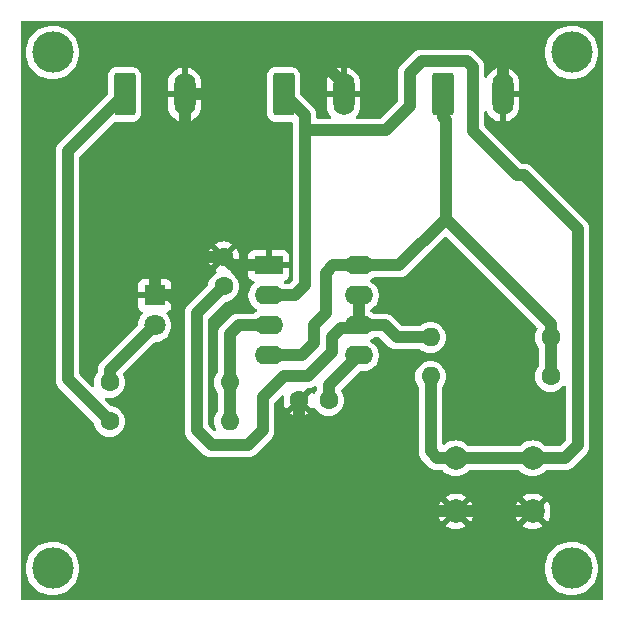
<source format=gbl>
G04 #@! TF.GenerationSoftware,KiCad,Pcbnew,8.0.6*
G04 #@! TF.CreationDate,2024-11-03T17:07:20-03:00*
G04 #@! TF.ProjectId,555-temporizador-r01,3535352d-7465-46d7-906f-72697a61646f,rev?*
G04 #@! TF.SameCoordinates,Original*
G04 #@! TF.FileFunction,Copper,L2,Bot*
G04 #@! TF.FilePolarity,Positive*
%FSLAX46Y46*%
G04 Gerber Fmt 4.6, Leading zero omitted, Abs format (unit mm)*
G04 Created by KiCad (PCBNEW 8.0.6) date 2024-11-03 17:07:20*
%MOMM*%
%LPD*%
G01*
G04 APERTURE LIST*
G04 Aperture macros list*
%AMRoundRect*
0 Rectangle with rounded corners*
0 $1 Rounding radius*
0 $2 $3 $4 $5 $6 $7 $8 $9 X,Y pos of 4 corners*
0 Add a 4 corners polygon primitive as box body*
4,1,4,$2,$3,$4,$5,$6,$7,$8,$9,$2,$3,0*
0 Add four circle primitives for the rounded corners*
1,1,$1+$1,$2,$3*
1,1,$1+$1,$4,$5*
1,1,$1+$1,$6,$7*
1,1,$1+$1,$8,$9*
0 Add four rect primitives between the rounded corners*
20,1,$1+$1,$2,$3,$4,$5,0*
20,1,$1+$1,$4,$5,$6,$7,0*
20,1,$1+$1,$6,$7,$8,$9,0*
20,1,$1+$1,$8,$9,$2,$3,0*%
G04 Aperture macros list end*
G04 #@! TA.AperFunction,ComponentPad*
%ADD10C,1.600000*%
G04 #@! TD*
G04 #@! TA.AperFunction,ComponentPad*
%ADD11O,1.600000X1.600000*%
G04 #@! TD*
G04 #@! TA.AperFunction,ComponentPad*
%ADD12RoundRect,0.250000X-0.650000X-1.550000X0.650000X-1.550000X0.650000X1.550000X-0.650000X1.550000X0*%
G04 #@! TD*
G04 #@! TA.AperFunction,ComponentPad*
%ADD13O,1.800000X3.600000*%
G04 #@! TD*
G04 #@! TA.AperFunction,ComponentPad*
%ADD14C,2.000000*%
G04 #@! TD*
G04 #@! TA.AperFunction,ComponentPad*
%ADD15R,2.400000X1.600000*%
G04 #@! TD*
G04 #@! TA.AperFunction,ComponentPad*
%ADD16O,2.400000X1.600000*%
G04 #@! TD*
G04 #@! TA.AperFunction,ComponentPad*
%ADD17R,1.800000X1.800000*%
G04 #@! TD*
G04 #@! TA.AperFunction,ComponentPad*
%ADD18C,1.800000*%
G04 #@! TD*
G04 #@! TA.AperFunction,ViaPad*
%ADD19C,3.500000*%
G04 #@! TD*
G04 #@! TA.AperFunction,Conductor*
%ADD20C,1.000000*%
G04 #@! TD*
G04 APERTURE END LIST*
D10*
X123698000Y-114808000D03*
D11*
X133858000Y-114808000D03*
D10*
X161036000Y-114300000D03*
D11*
X150876000Y-114300000D03*
D12*
X138430000Y-90424000D03*
D13*
X143510000Y-90424000D03*
D14*
X159512000Y-125730000D03*
X153012000Y-125730000D03*
X159512000Y-121230000D03*
X153012000Y-121230000D03*
D12*
X124968000Y-90424000D03*
D13*
X130048000Y-90424000D03*
D12*
X151892000Y-90424000D03*
D13*
X156972000Y-90424000D03*
D10*
X161036000Y-110998000D03*
D11*
X150876000Y-110998000D03*
D10*
X123698000Y-118110000D03*
D11*
X133858000Y-118110000D03*
D15*
X137160000Y-104902000D03*
D16*
X137160000Y-107442000D03*
X137160000Y-109982000D03*
X137160000Y-112522000D03*
X144780000Y-112522000D03*
X144780000Y-109982000D03*
X144780000Y-107442000D03*
X144780000Y-104902000D03*
D17*
X127508000Y-107442000D03*
D18*
X127508000Y-109982000D03*
D10*
X133350000Y-106680000D03*
X133350000Y-104180000D03*
X142240000Y-116332000D03*
X139740000Y-116332000D03*
D19*
X118872000Y-130556000D03*
X162814000Y-130556000D03*
X162814000Y-86868000D03*
X118872000Y-86868000D03*
D20*
X151892000Y-90424000D02*
X151892000Y-92324000D01*
X161036000Y-109866630D02*
X152146000Y-100976630D01*
X144780000Y-104902000D02*
X148220630Y-104902000D01*
X152146000Y-100976630D02*
X152146000Y-98806000D01*
X139954000Y-112522000D02*
X140970000Y-111506000D01*
X148220630Y-104902000D02*
X152146000Y-100976630D01*
X161036000Y-114300000D02*
X161036000Y-110998000D01*
X145180000Y-104902000D02*
X144780000Y-104902000D01*
X151892000Y-92324000D02*
X152146000Y-92578000D01*
X141986000Y-108966000D02*
X140970000Y-109982000D01*
X152146000Y-98806000D02*
X152146000Y-99274000D01*
X142580000Y-104902000D02*
X141986000Y-105496000D01*
X161036000Y-110998000D02*
X161036000Y-109866630D01*
X137560000Y-112522000D02*
X139954000Y-112522000D01*
X140970000Y-109982000D02*
X140970000Y-111506000D01*
X141986000Y-105496000D02*
X141986000Y-108966000D01*
X137160000Y-112522000D02*
X137560000Y-112522000D01*
X152146000Y-92578000D02*
X152146000Y-98806000D01*
X144780000Y-104902000D02*
X142580000Y-104902000D01*
X136652000Y-116078000D02*
X136652000Y-118872000D01*
X144780000Y-109982000D02*
X144780000Y-107442000D01*
X131064000Y-118872000D02*
X131064000Y-108966000D01*
X144191070Y-109982000D02*
X143937070Y-110236000D01*
X142494000Y-110998000D02*
X142494000Y-112268000D01*
X131064000Y-108966000D02*
X133350000Y-106680000D01*
X132334000Y-120142000D02*
X131064000Y-118872000D01*
X142494000Y-112268000D02*
X140462000Y-114300000D01*
X136652000Y-118872000D02*
X135382000Y-120142000D01*
X140462000Y-114300000D02*
X138430000Y-114300000D01*
X150876000Y-110998000D02*
X147996000Y-110998000D01*
X147996000Y-110998000D02*
X146980000Y-109982000D01*
X138430000Y-114300000D02*
X136652000Y-116078000D01*
X143256000Y-110236000D02*
X142494000Y-110998000D01*
X135382000Y-120142000D02*
X132334000Y-120142000D01*
X146980000Y-109982000D02*
X144780000Y-109982000D01*
X144780000Y-109982000D02*
X144191070Y-109982000D01*
X143937070Y-110236000D02*
X143256000Y-110236000D01*
X142240000Y-116332000D02*
X142240000Y-115062000D01*
X142240000Y-115062000D02*
X144780000Y-112522000D01*
X123698000Y-113792000D02*
X127508000Y-109982000D01*
X123698000Y-114808000D02*
X123698000Y-113792000D01*
X123698000Y-118110000D02*
X120142000Y-114554000D01*
X120142000Y-95250000D02*
X124968000Y-90424000D01*
X120142000Y-114554000D02*
X120142000Y-95250000D01*
X129540000Y-108204000D02*
X129540000Y-120904000D01*
X159512000Y-125730000D02*
X153012000Y-125730000D01*
X137160000Y-104902000D02*
X134072000Y-104902000D01*
X131948000Y-90424000D02*
X130048000Y-90424000D01*
X156972000Y-87624000D02*
X154946000Y-85598000D01*
X139740000Y-120356000D02*
X139740000Y-116332000D01*
X153012000Y-125730000D02*
X141478000Y-125730000D01*
X129540000Y-120904000D02*
X130810000Y-122174000D01*
X141616000Y-85598000D02*
X140600000Y-86614000D01*
X127508000Y-107442000D02*
X128778000Y-107442000D01*
X134072000Y-104902000D02*
X133350000Y-104180000D01*
X128778000Y-107442000D02*
X129540000Y-108204000D01*
X140600000Y-86614000D02*
X138176000Y-86614000D01*
X130048000Y-103002000D02*
X130048000Y-90424000D01*
X138176000Y-86614000D02*
X135758000Y-86614000D01*
X130810000Y-122174000D02*
X137922000Y-122174000D01*
X156972000Y-90424000D02*
X156972000Y-87624000D01*
X156972000Y-90424000D02*
X156972000Y-89524000D01*
X127508000Y-107442000D02*
X127508000Y-105542000D01*
X143510000Y-90424000D02*
X143510000Y-89524000D01*
X143510000Y-89524000D02*
X140600000Y-86614000D01*
X135758000Y-86614000D02*
X131948000Y-90424000D01*
X154946000Y-85598000D02*
X141616000Y-85598000D01*
X137922000Y-122174000D02*
X139740000Y-120356000D01*
X127508000Y-105542000D02*
X130048000Y-103002000D01*
X131226000Y-104180000D02*
X130048000Y-103002000D01*
X141478000Y-125730000D02*
X137922000Y-122174000D01*
X133350000Y-104180000D02*
X131226000Y-104180000D01*
X154432000Y-93552930D02*
X154432000Y-88138000D01*
X139360000Y-107442000D02*
X140208000Y-106594000D01*
X163322000Y-120142000D02*
X163322000Y-101854000D01*
X153924000Y-87630000D02*
X150114000Y-87630000D01*
X140208000Y-93472000D02*
X140208000Y-92202000D01*
X150876000Y-114300000D02*
X150876000Y-120650000D01*
X147066000Y-93472000D02*
X140208000Y-93472000D01*
X149098000Y-88646000D02*
X149098000Y-91440000D01*
X140208000Y-92202000D02*
X138430000Y-90424000D01*
X159512000Y-121230000D02*
X153012000Y-121230000D01*
X137160000Y-107442000D02*
X139360000Y-107442000D01*
X158750000Y-97282000D02*
X158161070Y-97282000D01*
X150114000Y-87630000D02*
X149098000Y-88646000D01*
X163322000Y-101854000D02*
X158750000Y-97282000D01*
X150876000Y-120650000D02*
X151456000Y-121230000D01*
X159512000Y-121230000D02*
X162234000Y-121230000D01*
X158161070Y-97282000D02*
X154432000Y-93552930D01*
X162234000Y-121230000D02*
X163322000Y-120142000D01*
X149098000Y-91440000D02*
X147066000Y-93472000D01*
X140208000Y-106594000D02*
X140208000Y-93472000D01*
X154432000Y-88138000D02*
X153924000Y-87630000D01*
X153012000Y-121230000D02*
X151456000Y-121230000D01*
X137160000Y-109982000D02*
X134620000Y-109982000D01*
X134620000Y-109982000D02*
X133858000Y-110744000D01*
X133858000Y-110744000D02*
X133858000Y-114808000D01*
X133858000Y-118110000D02*
X133858000Y-114808000D01*
G04 #@! TA.AperFunction,Conductor*
G36*
X141171718Y-115127281D02*
G01*
X141219161Y-115180098D01*
X141231500Y-115234478D01*
X141231500Y-115451259D01*
X141211498Y-115519380D01*
X141208713Y-115523530D01*
X141102474Y-115675253D01*
X141099726Y-115680015D01*
X141097931Y-115678978D01*
X141056942Y-115725480D01*
X140988653Y-115744903D01*
X140920705Y-115724324D01*
X140881655Y-115679217D01*
X140879839Y-115680266D01*
X140877086Y-115675498D01*
X140827100Y-115604110D01*
X140827098Y-115604110D01*
X140140000Y-116291208D01*
X140140000Y-116279339D01*
X140112741Y-116177606D01*
X140060080Y-116086394D01*
X139985606Y-116011920D01*
X139894394Y-115959259D01*
X139792661Y-115932000D01*
X139780790Y-115932000D01*
X140367385Y-115345405D01*
X140429697Y-115311379D01*
X140456480Y-115308500D01*
X140561328Y-115308500D01*
X140561329Y-115308500D01*
X140756169Y-115269744D01*
X140939704Y-115193721D01*
X141035498Y-115129712D01*
X141103251Y-115108498D01*
X141171718Y-115127281D01*
G37*
G04 #@! TD.AperFunction*
G04 #@! TA.AperFunction,Conductor*
G36*
X165449621Y-84194502D02*
G01*
X165496114Y-84248158D01*
X165507500Y-84300500D01*
X165507500Y-133123500D01*
X165487498Y-133191621D01*
X165433842Y-133238114D01*
X165381500Y-133249500D01*
X116304500Y-133249500D01*
X116236379Y-133229498D01*
X116189886Y-133175842D01*
X116178500Y-133123500D01*
X116178500Y-130555996D01*
X116608654Y-130555996D01*
X116608654Y-130556003D01*
X116628016Y-130851421D01*
X116628018Y-130851435D01*
X116685776Y-131141795D01*
X116685778Y-131141805D01*
X116780938Y-131422137D01*
X116780944Y-131422151D01*
X116911883Y-131687670D01*
X117076359Y-131933827D01*
X117076361Y-131933830D01*
X117076367Y-131933838D01*
X117271573Y-132156427D01*
X117494162Y-132351633D01*
X117740327Y-132516115D01*
X118005855Y-132647059D01*
X118286203Y-132742224D01*
X118576574Y-132799983D01*
X118745388Y-132811047D01*
X118871997Y-132819346D01*
X118872000Y-132819346D01*
X118872003Y-132819346D01*
X118982784Y-132812084D01*
X119167426Y-132799983D01*
X119457797Y-132742224D01*
X119738145Y-132647059D01*
X120003673Y-132516115D01*
X120249838Y-132351633D01*
X120472427Y-132156427D01*
X120667633Y-131933838D01*
X120832115Y-131687673D01*
X120963059Y-131422145D01*
X121058224Y-131141797D01*
X121115983Y-130851426D01*
X121135346Y-130556000D01*
X121135346Y-130555996D01*
X160550654Y-130555996D01*
X160550654Y-130556003D01*
X160570016Y-130851421D01*
X160570018Y-130851435D01*
X160627776Y-131141795D01*
X160627778Y-131141805D01*
X160722938Y-131422137D01*
X160722944Y-131422151D01*
X160853883Y-131687670D01*
X161018359Y-131933827D01*
X161018361Y-131933830D01*
X161018367Y-131933838D01*
X161213573Y-132156427D01*
X161436162Y-132351633D01*
X161682327Y-132516115D01*
X161947855Y-132647059D01*
X162228203Y-132742224D01*
X162518574Y-132799983D01*
X162687388Y-132811047D01*
X162813997Y-132819346D01*
X162814000Y-132819346D01*
X162814003Y-132819346D01*
X162924784Y-132812084D01*
X163109426Y-132799983D01*
X163399797Y-132742224D01*
X163680145Y-132647059D01*
X163945673Y-132516115D01*
X164191838Y-132351633D01*
X164414427Y-132156427D01*
X164609633Y-131933838D01*
X164774115Y-131687673D01*
X164905059Y-131422145D01*
X165000224Y-131141797D01*
X165057983Y-130851426D01*
X165077346Y-130556000D01*
X165057983Y-130260574D01*
X165000224Y-129970203D01*
X164905059Y-129689855D01*
X164774115Y-129424327D01*
X164609633Y-129178162D01*
X164414427Y-128955573D01*
X164191838Y-128760367D01*
X164191830Y-128760361D01*
X164191827Y-128760359D01*
X163945670Y-128595883D01*
X163680151Y-128464944D01*
X163680145Y-128464941D01*
X163680140Y-128464939D01*
X163680137Y-128464938D01*
X163399805Y-128369778D01*
X163399799Y-128369776D01*
X163399797Y-128369776D01*
X163302566Y-128350435D01*
X163109435Y-128312018D01*
X163109421Y-128312016D01*
X162814003Y-128292654D01*
X162813997Y-128292654D01*
X162518578Y-128312016D01*
X162518564Y-128312018D01*
X162276818Y-128360105D01*
X162228203Y-128369776D01*
X162228201Y-128369776D01*
X162228194Y-128369778D01*
X161947862Y-128464938D01*
X161947848Y-128464944D01*
X161682329Y-128595883D01*
X161436172Y-128760359D01*
X161436165Y-128760364D01*
X161436162Y-128760367D01*
X161213573Y-128955573D01*
X161018367Y-129178162D01*
X161018364Y-129178165D01*
X161018359Y-129178172D01*
X160853883Y-129424329D01*
X160722944Y-129689848D01*
X160722938Y-129689862D01*
X160627778Y-129970194D01*
X160627776Y-129970204D01*
X160570018Y-130260564D01*
X160570016Y-130260578D01*
X160550654Y-130555996D01*
X121135346Y-130555996D01*
X121115983Y-130260574D01*
X121058224Y-129970203D01*
X120963059Y-129689855D01*
X120832115Y-129424327D01*
X120667633Y-129178162D01*
X120472427Y-128955573D01*
X120249838Y-128760367D01*
X120249830Y-128760361D01*
X120249827Y-128760359D01*
X120003670Y-128595883D01*
X119738151Y-128464944D01*
X119738145Y-128464941D01*
X119738140Y-128464939D01*
X119738137Y-128464938D01*
X119457805Y-128369778D01*
X119457799Y-128369776D01*
X119457797Y-128369776D01*
X119360566Y-128350435D01*
X119167435Y-128312018D01*
X119167421Y-128312016D01*
X118872003Y-128292654D01*
X118871997Y-128292654D01*
X118576578Y-128312016D01*
X118576564Y-128312018D01*
X118334818Y-128360105D01*
X118286203Y-128369776D01*
X118286201Y-128369776D01*
X118286194Y-128369778D01*
X118005862Y-128464938D01*
X118005848Y-128464944D01*
X117740329Y-128595883D01*
X117494172Y-128760359D01*
X117494165Y-128760364D01*
X117494162Y-128760367D01*
X117271573Y-128955573D01*
X117076367Y-129178162D01*
X117076364Y-129178165D01*
X117076359Y-129178172D01*
X116911883Y-129424329D01*
X116780944Y-129689848D01*
X116780938Y-129689862D01*
X116685778Y-129970194D01*
X116685776Y-129970204D01*
X116628018Y-130260564D01*
X116628016Y-130260578D01*
X116608654Y-130555996D01*
X116178500Y-130555996D01*
X116178500Y-125730000D01*
X151499337Y-125730000D01*
X151517960Y-125966632D01*
X151573371Y-126197437D01*
X151664208Y-126416738D01*
X151778896Y-126603890D01*
X151778897Y-126603890D01*
X152487016Y-125895771D01*
X152499482Y-125942292D01*
X152571890Y-126067708D01*
X152674292Y-126170110D01*
X152799708Y-126242518D01*
X152846226Y-126254982D01*
X152138107Y-126963101D01*
X152138108Y-126963102D01*
X152325261Y-127077791D01*
X152544562Y-127168628D01*
X152775367Y-127224039D01*
X153012000Y-127242662D01*
X153248632Y-127224039D01*
X153479437Y-127168628D01*
X153698738Y-127077791D01*
X153885890Y-126963102D01*
X153885891Y-126963102D01*
X153177772Y-126254982D01*
X153224292Y-126242518D01*
X153349708Y-126170110D01*
X153452110Y-126067708D01*
X153524518Y-125942292D01*
X153536983Y-125895772D01*
X154245102Y-126603891D01*
X154245102Y-126603890D01*
X154359791Y-126416738D01*
X154450628Y-126197437D01*
X154506039Y-125966632D01*
X154524662Y-125730000D01*
X157999337Y-125730000D01*
X158017960Y-125966632D01*
X158073371Y-126197437D01*
X158164208Y-126416738D01*
X158278896Y-126603890D01*
X158278897Y-126603890D01*
X158987016Y-125895771D01*
X158999482Y-125942292D01*
X159071890Y-126067708D01*
X159174292Y-126170110D01*
X159299708Y-126242518D01*
X159346226Y-126254982D01*
X158638107Y-126963101D01*
X158638108Y-126963102D01*
X158825261Y-127077791D01*
X159044562Y-127168628D01*
X159275367Y-127224039D01*
X159512000Y-127242662D01*
X159748632Y-127224039D01*
X159979437Y-127168628D01*
X160198738Y-127077791D01*
X160385890Y-126963102D01*
X160385891Y-126963102D01*
X159677772Y-126254982D01*
X159724292Y-126242518D01*
X159849708Y-126170110D01*
X159952110Y-126067708D01*
X160024518Y-125942292D01*
X160036983Y-125895772D01*
X160745102Y-126603891D01*
X160745102Y-126603890D01*
X160859791Y-126416738D01*
X160950628Y-126197437D01*
X161006039Y-125966632D01*
X161024662Y-125730000D01*
X161006039Y-125493367D01*
X160950628Y-125262562D01*
X160859791Y-125043261D01*
X160745102Y-124856108D01*
X160745101Y-124856107D01*
X160036982Y-125564226D01*
X160024518Y-125517708D01*
X159952110Y-125392292D01*
X159849708Y-125289890D01*
X159724292Y-125217482D01*
X159677771Y-125205016D01*
X160385890Y-124496897D01*
X160385890Y-124496896D01*
X160198738Y-124382208D01*
X159979437Y-124291371D01*
X159748632Y-124235960D01*
X159512000Y-124217337D01*
X159275367Y-124235960D01*
X159044562Y-124291371D01*
X158825266Y-124382206D01*
X158638108Y-124496897D01*
X158638108Y-124496898D01*
X159346227Y-125205017D01*
X159299708Y-125217482D01*
X159174292Y-125289890D01*
X159071890Y-125392292D01*
X158999482Y-125517708D01*
X158987017Y-125564227D01*
X158278898Y-124856108D01*
X158278897Y-124856108D01*
X158164206Y-125043266D01*
X158073371Y-125262562D01*
X158017960Y-125493367D01*
X157999337Y-125730000D01*
X154524662Y-125730000D01*
X154506039Y-125493367D01*
X154450628Y-125262562D01*
X154359791Y-125043261D01*
X154245102Y-124856108D01*
X154245101Y-124856107D01*
X153536982Y-125564226D01*
X153524518Y-125517708D01*
X153452110Y-125392292D01*
X153349708Y-125289890D01*
X153224292Y-125217482D01*
X153177771Y-125205016D01*
X153885890Y-124496897D01*
X153885890Y-124496896D01*
X153698738Y-124382208D01*
X153479437Y-124291371D01*
X153248632Y-124235960D01*
X153012000Y-124217337D01*
X152775367Y-124235960D01*
X152544562Y-124291371D01*
X152325266Y-124382206D01*
X152138108Y-124496897D01*
X152138108Y-124496898D01*
X152846227Y-125205017D01*
X152799708Y-125217482D01*
X152674292Y-125289890D01*
X152571890Y-125392292D01*
X152499482Y-125517708D01*
X152487017Y-125564227D01*
X151778898Y-124856108D01*
X151778897Y-124856108D01*
X151664206Y-125043266D01*
X151573371Y-125262562D01*
X151517960Y-125493367D01*
X151499337Y-125730000D01*
X116178500Y-125730000D01*
X116178500Y-95150668D01*
X119133500Y-95150668D01*
X119133500Y-95150671D01*
X119133500Y-114653329D01*
X119172256Y-114848169D01*
X119237499Y-115005678D01*
X119248279Y-115031704D01*
X119358647Y-115196881D01*
X119358649Y-115196883D01*
X122362881Y-118201115D01*
X122396907Y-118263427D01*
X122399306Y-118279226D01*
X122404455Y-118338078D01*
X122404456Y-118338083D01*
X122404456Y-118338086D01*
X122404457Y-118338087D01*
X122463716Y-118559243D01*
X122560477Y-118766749D01*
X122691802Y-118954300D01*
X122853700Y-119116198D01*
X123041251Y-119247523D01*
X123248757Y-119344284D01*
X123469913Y-119403543D01*
X123698000Y-119423498D01*
X123926087Y-119403543D01*
X124147243Y-119344284D01*
X124354749Y-119247523D01*
X124542300Y-119116198D01*
X124704198Y-118954300D01*
X124835523Y-118766749D01*
X124932284Y-118559243D01*
X124991543Y-118338087D01*
X125011498Y-118110000D01*
X124991543Y-117881913D01*
X124932284Y-117660757D01*
X124835523Y-117453251D01*
X124704198Y-117265700D01*
X124542300Y-117103802D01*
X124479584Y-117059888D01*
X124354749Y-116972477D01*
X124147246Y-116875717D01*
X124147240Y-116875715D01*
X123926083Y-116816456D01*
X123926078Y-116816455D01*
X123867226Y-116811306D01*
X123801109Y-116785442D01*
X123789115Y-116774881D01*
X123318661Y-116304427D01*
X123284635Y-116242115D01*
X123289700Y-116171300D01*
X123332247Y-116114464D01*
X123398767Y-116089653D01*
X123440365Y-116093625D01*
X123469913Y-116101543D01*
X123698000Y-116121498D01*
X123926087Y-116101543D01*
X124147243Y-116042284D01*
X124354749Y-115945523D01*
X124542300Y-115814198D01*
X124704198Y-115652300D01*
X124835523Y-115464749D01*
X124932284Y-115257243D01*
X124991543Y-115036087D01*
X125011498Y-114808000D01*
X124991543Y-114579913D01*
X124932284Y-114358757D01*
X124850374Y-114183100D01*
X124839714Y-114112911D01*
X124868694Y-114048099D01*
X124875462Y-114040771D01*
X127488830Y-111427405D01*
X127551142Y-111393379D01*
X127577925Y-111390500D01*
X127624708Y-111390500D01*
X127624712Y-111390500D01*
X127854951Y-111352080D01*
X128075727Y-111276287D01*
X128281017Y-111165190D01*
X128465220Y-111021818D01*
X128475638Y-111010502D01*
X128623314Y-110850083D01*
X128633541Y-110834430D01*
X128750984Y-110654669D01*
X128844749Y-110440907D01*
X128902051Y-110214626D01*
X128921327Y-109982000D01*
X128902051Y-109749374D01*
X128902049Y-109749366D01*
X128844750Y-109523096D01*
X128844747Y-109523089D01*
X128825718Y-109479708D01*
X128750984Y-109309331D01*
X128623314Y-109113917D01*
X128537789Y-109021013D01*
X128506370Y-108957351D01*
X128514356Y-108886805D01*
X128530771Y-108866668D01*
X130055500Y-108866668D01*
X130055500Y-118971331D01*
X130087758Y-119133500D01*
X130094256Y-119166169D01*
X130127954Y-119247523D01*
X130170279Y-119349704D01*
X130280647Y-119514881D01*
X131550647Y-120784881D01*
X131691119Y-120925353D01*
X131856296Y-121035721D01*
X132039831Y-121111744D01*
X132234671Y-121150500D01*
X132234672Y-121150500D01*
X135481328Y-121150500D01*
X135481329Y-121150500D01*
X135676169Y-121111744D01*
X135859704Y-121035721D01*
X136024881Y-120925353D01*
X136165353Y-120784881D01*
X137435353Y-119514881D01*
X137545721Y-119349704D01*
X137621744Y-119166169D01*
X137660500Y-118971329D01*
X137660500Y-118772671D01*
X137660500Y-116547924D01*
X137680502Y-116479803D01*
X137697405Y-116458829D01*
X138245333Y-115910901D01*
X138258920Y-115897314D01*
X138321231Y-115863289D01*
X138392046Y-115868354D01*
X138448882Y-115910901D01*
X138473693Y-115977421D01*
X138469721Y-116019021D01*
X138446951Y-116103997D01*
X138427004Y-116332000D01*
X138446951Y-116560002D01*
X138506186Y-116781068D01*
X138506188Y-116781073D01*
X138602913Y-116988501D01*
X138652898Y-117059888D01*
X138652900Y-117059888D01*
X139340000Y-116372789D01*
X139340000Y-116384661D01*
X139367259Y-116486394D01*
X139419920Y-116577606D01*
X139494394Y-116652080D01*
X139585606Y-116704741D01*
X139687339Y-116732000D01*
X139699210Y-116732000D01*
X139012110Y-117419098D01*
X139012110Y-117419100D01*
X139083498Y-117469086D01*
X139290926Y-117565811D01*
X139290931Y-117565813D01*
X139511999Y-117625048D01*
X139511995Y-117625048D01*
X139740000Y-117644995D01*
X139968002Y-117625048D01*
X140189068Y-117565813D01*
X140189073Y-117565811D01*
X140396497Y-117469088D01*
X140467888Y-117419099D01*
X140467888Y-117419097D01*
X139780791Y-116732000D01*
X139792661Y-116732000D01*
X139894394Y-116704741D01*
X139985606Y-116652080D01*
X140060080Y-116577606D01*
X140112741Y-116486394D01*
X140140000Y-116384661D01*
X140140000Y-116372791D01*
X140827097Y-117059888D01*
X140827099Y-117059888D01*
X140877088Y-116988496D01*
X140879841Y-116983730D01*
X140881729Y-116984820D01*
X140922384Y-116938594D01*
X140990651Y-116919094D01*
X141058622Y-116939597D01*
X141097989Y-116984987D01*
X141099726Y-116983985D01*
X141102474Y-116988746D01*
X141233799Y-117176296D01*
X141233802Y-117176300D01*
X141395700Y-117338198D01*
X141583251Y-117469523D01*
X141790757Y-117566284D01*
X142011913Y-117625543D01*
X142240000Y-117645498D01*
X142468087Y-117625543D01*
X142689243Y-117566284D01*
X142896749Y-117469523D01*
X143084300Y-117338198D01*
X143246198Y-117176300D01*
X143377523Y-116988749D01*
X143474284Y-116781243D01*
X143533543Y-116560087D01*
X143553498Y-116332000D01*
X143533543Y-116103913D01*
X143474284Y-115882757D01*
X143377523Y-115675251D01*
X143304506Y-115570972D01*
X143281819Y-115503700D01*
X143299104Y-115434840D01*
X143318621Y-115409612D01*
X144860829Y-113867405D01*
X144923141Y-113833379D01*
X144949924Y-113830500D01*
X145282978Y-113830500D01*
X145282981Y-113830500D01*
X145486408Y-113798280D01*
X145682290Y-113734634D01*
X145865803Y-113641129D01*
X146032430Y-113520068D01*
X146178068Y-113374430D01*
X146299129Y-113207803D01*
X146392634Y-113024290D01*
X146456280Y-112828408D01*
X146488500Y-112624981D01*
X146488500Y-112419019D01*
X146456280Y-112215592D01*
X146392634Y-112019710D01*
X146299129Y-111836197D01*
X146178068Y-111669570D01*
X146178065Y-111669567D01*
X146178063Y-111669564D01*
X146032435Y-111523936D01*
X146032432Y-111523934D01*
X146032430Y-111523932D01*
X145899571Y-111427405D01*
X145865806Y-111402873D01*
X145865805Y-111402872D01*
X145865803Y-111402871D01*
X145790034Y-111364265D01*
X145738422Y-111315519D01*
X145721356Y-111246604D01*
X145744257Y-111179402D01*
X145790034Y-111139735D01*
X145865803Y-111101129D01*
X145883508Y-111088266D01*
X145984952Y-111014564D01*
X146051819Y-110990705D01*
X146059012Y-110990500D01*
X146510076Y-110990500D01*
X146578197Y-111010502D01*
X146599170Y-111027404D01*
X147212647Y-111640881D01*
X147353119Y-111781353D01*
X147518296Y-111891721D01*
X147701831Y-111967744D01*
X147896671Y-112006500D01*
X148095329Y-112006500D01*
X149995260Y-112006500D01*
X150063381Y-112026502D01*
X150067530Y-112029287D01*
X150175082Y-112104595D01*
X150219251Y-112135523D01*
X150426757Y-112232284D01*
X150647913Y-112291543D01*
X150876000Y-112311498D01*
X151104087Y-112291543D01*
X151325243Y-112232284D01*
X151532749Y-112135523D01*
X151720300Y-112004198D01*
X151882198Y-111842300D01*
X152013523Y-111654749D01*
X152110284Y-111447243D01*
X152169543Y-111226087D01*
X152189498Y-110998000D01*
X152169543Y-110769913D01*
X152110284Y-110548757D01*
X152013523Y-110341251D01*
X151882198Y-110153700D01*
X151720300Y-109991802D01*
X151717012Y-109989500D01*
X151532749Y-109860477D01*
X151325246Y-109763717D01*
X151325240Y-109763715D01*
X151231771Y-109738670D01*
X151104087Y-109704457D01*
X150876000Y-109684502D01*
X150647913Y-109704457D01*
X150426759Y-109763715D01*
X150426753Y-109763717D01*
X150219252Y-109860476D01*
X150219250Y-109860477D01*
X150067530Y-109966713D01*
X150000257Y-109989401D01*
X149995260Y-109989500D01*
X148465924Y-109989500D01*
X148397803Y-109969498D01*
X148376829Y-109952595D01*
X147622883Y-109198649D01*
X147622882Y-109198648D01*
X147622881Y-109198647D01*
X147457704Y-109088279D01*
X147390239Y-109060334D01*
X147301314Y-109023500D01*
X147274174Y-109012258D01*
X147274169Y-109012256D01*
X147079331Y-108973500D01*
X147079329Y-108973500D01*
X146059012Y-108973500D01*
X145990891Y-108953498D01*
X145984952Y-108949436D01*
X145865811Y-108862876D01*
X145865790Y-108862863D01*
X145857291Y-108858532D01*
X145805678Y-108809781D01*
X145788500Y-108746269D01*
X145788500Y-108677729D01*
X145808502Y-108609608D01*
X145857298Y-108565462D01*
X145865803Y-108561129D01*
X146032430Y-108440068D01*
X146178068Y-108294430D01*
X146299129Y-108127803D01*
X146392634Y-107944290D01*
X146456280Y-107748408D01*
X146488500Y-107544981D01*
X146488500Y-107339019D01*
X146456280Y-107135592D01*
X146392634Y-106939710D01*
X146299129Y-106756197D01*
X146178068Y-106589570D01*
X146178065Y-106589567D01*
X146178063Y-106589564D01*
X146032435Y-106443936D01*
X146032432Y-106443934D01*
X146032430Y-106443932D01*
X145865803Y-106322871D01*
X145790034Y-106284265D01*
X145738422Y-106235519D01*
X145721356Y-106166604D01*
X145744257Y-106099402D01*
X145790034Y-106059735D01*
X145865803Y-106021129D01*
X145865809Y-106021125D01*
X145984952Y-105934564D01*
X146051819Y-105910705D01*
X146059012Y-105910500D01*
X148319958Y-105910500D01*
X148319959Y-105910500D01*
X148514799Y-105871744D01*
X148698334Y-105795721D01*
X148863511Y-105685353D01*
X149003983Y-105544881D01*
X152056904Y-102491958D01*
X152119216Y-102457933D01*
X152190031Y-102462998D01*
X152235094Y-102491959D01*
X159900280Y-110157145D01*
X159934306Y-110219457D01*
X159929241Y-110290272D01*
X159914401Y-110318507D01*
X159898477Y-110341250D01*
X159801717Y-110548753D01*
X159801715Y-110548759D01*
X159758500Y-110710040D01*
X159742457Y-110769913D01*
X159722502Y-110998000D01*
X159742457Y-111226087D01*
X159758500Y-111285959D01*
X159801715Y-111447240D01*
X159801717Y-111447246D01*
X159892010Y-111640881D01*
X159898477Y-111654749D01*
X160004713Y-111806469D01*
X160027401Y-111873742D01*
X160027500Y-111878739D01*
X160027500Y-113419259D01*
X160007498Y-113487380D01*
X160004713Y-113491530D01*
X159898477Y-113643250D01*
X159801717Y-113850753D01*
X159801715Y-113850759D01*
X159742457Y-114071913D01*
X159722502Y-114300000D01*
X159742457Y-114528086D01*
X159801715Y-114749240D01*
X159801717Y-114749246D01*
X159898477Y-114956749D01*
X160024416Y-115136609D01*
X160029802Y-115144300D01*
X160191700Y-115306198D01*
X160379251Y-115437523D01*
X160586757Y-115534284D01*
X160807913Y-115593543D01*
X161036000Y-115613498D01*
X161264087Y-115593543D01*
X161485243Y-115534284D01*
X161692749Y-115437523D01*
X161880300Y-115306198D01*
X162042198Y-115144300D01*
X162084287Y-115084191D01*
X162139744Y-115039863D01*
X162210363Y-115032554D01*
X162273724Y-115064585D01*
X162309709Y-115125786D01*
X162313500Y-115156462D01*
X162313500Y-119672076D01*
X162293498Y-119740197D01*
X162276595Y-119761171D01*
X161853171Y-120184595D01*
X161790859Y-120218621D01*
X161764076Y-120221500D01*
X160692556Y-120221500D01*
X160624435Y-120201498D01*
X160596746Y-120177332D01*
X160581967Y-120160028D01*
X160401419Y-120005826D01*
X160401417Y-120005825D01*
X160401416Y-120005824D01*
X160198963Y-119881760D01*
X159979594Y-119790895D01*
X159979592Y-119790894D01*
X159768421Y-119740197D01*
X159748711Y-119735465D01*
X159512000Y-119716835D01*
X159275289Y-119735465D01*
X159044407Y-119790894D01*
X158825038Y-119881759D01*
X158622582Y-120005825D01*
X158622580Y-120005826D01*
X158442032Y-120160028D01*
X158427254Y-120177332D01*
X158367802Y-120216140D01*
X158331444Y-120221500D01*
X154192556Y-120221500D01*
X154124435Y-120201498D01*
X154096746Y-120177332D01*
X154081967Y-120160028D01*
X153901419Y-120005826D01*
X153901417Y-120005825D01*
X153901416Y-120005824D01*
X153698963Y-119881760D01*
X153479594Y-119790895D01*
X153479592Y-119790894D01*
X153268421Y-119740197D01*
X153248711Y-119735465D01*
X153012000Y-119716835D01*
X152775289Y-119735465D01*
X152544407Y-119790894D01*
X152325038Y-119881759D01*
X152122582Y-120005825D01*
X152122580Y-120005826D01*
X152092330Y-120031663D01*
X152027540Y-120060694D01*
X151957340Y-120050089D01*
X151904018Y-120003214D01*
X151884500Y-119935852D01*
X151884500Y-115180739D01*
X151904502Y-115112618D01*
X151907271Y-115108491D01*
X152013523Y-114956749D01*
X152110284Y-114749243D01*
X152169543Y-114528087D01*
X152189498Y-114300000D01*
X152169543Y-114071913D01*
X152110284Y-113850757D01*
X152013523Y-113643251D01*
X151882198Y-113455700D01*
X151720300Y-113293802D01*
X151532749Y-113162477D01*
X151504111Y-113149123D01*
X151325246Y-113065717D01*
X151325240Y-113065715D01*
X151231771Y-113040670D01*
X151104087Y-113006457D01*
X150876000Y-112986502D01*
X150647913Y-113006457D01*
X150426759Y-113065715D01*
X150426753Y-113065717D01*
X150219250Y-113162477D01*
X150031703Y-113293799D01*
X150031697Y-113293804D01*
X149869804Y-113455697D01*
X149869799Y-113455703D01*
X149738477Y-113643250D01*
X149641717Y-113850753D01*
X149641715Y-113850759D01*
X149582457Y-114071913D01*
X149562502Y-114300000D01*
X149582457Y-114528086D01*
X149641715Y-114749240D01*
X149641717Y-114749246D01*
X149687847Y-114848172D01*
X149738477Y-114956749D01*
X149844713Y-115108469D01*
X149867401Y-115175742D01*
X149867500Y-115180739D01*
X149867500Y-120749331D01*
X149874572Y-120784883D01*
X149906256Y-120944169D01*
X149944178Y-121035721D01*
X149982279Y-121127704D01*
X150092647Y-121292881D01*
X150813119Y-122013353D01*
X150978296Y-122123722D01*
X151085269Y-122168031D01*
X151161831Y-122199744D01*
X151356671Y-122238500D01*
X151831444Y-122238500D01*
X151899565Y-122258502D01*
X151927254Y-122282668D01*
X151942032Y-122299971D01*
X152122580Y-122454173D01*
X152122584Y-122454176D01*
X152325037Y-122578240D01*
X152544406Y-122669105D01*
X152775289Y-122724535D01*
X153012000Y-122743165D01*
X153248711Y-122724535D01*
X153479594Y-122669105D01*
X153698963Y-122578240D01*
X153901416Y-122454176D01*
X154081969Y-122299969D01*
X154096746Y-122282668D01*
X154156198Y-122243860D01*
X154192556Y-122238500D01*
X158331444Y-122238500D01*
X158399565Y-122258502D01*
X158427254Y-122282668D01*
X158442032Y-122299971D01*
X158622580Y-122454173D01*
X158622584Y-122454176D01*
X158825037Y-122578240D01*
X159044406Y-122669105D01*
X159275289Y-122724535D01*
X159512000Y-122743165D01*
X159748711Y-122724535D01*
X159979594Y-122669105D01*
X160198963Y-122578240D01*
X160401416Y-122454176D01*
X160581969Y-122299969D01*
X160596746Y-122282668D01*
X160656198Y-122243860D01*
X160692556Y-122238500D01*
X162333328Y-122238500D01*
X162333329Y-122238500D01*
X162528169Y-122199744D01*
X162711704Y-122123721D01*
X162876881Y-122013353D01*
X163017353Y-121872881D01*
X164105353Y-120784881D01*
X164215721Y-120619704D01*
X164291744Y-120436169D01*
X164311613Y-120336279D01*
X164330500Y-120241329D01*
X164330500Y-101754671D01*
X164291744Y-101559831D01*
X164215721Y-101376296D01*
X164105353Y-101211119D01*
X163964881Y-101070647D01*
X159392881Y-96498647D01*
X159227704Y-96388279D01*
X159044169Y-96312256D01*
X158849331Y-96273500D01*
X158849329Y-96273500D01*
X158630994Y-96273500D01*
X158562873Y-96253498D01*
X158541899Y-96236595D01*
X155477405Y-93172101D01*
X155443379Y-93109789D01*
X155440500Y-93083006D01*
X155440500Y-91944475D01*
X155460502Y-91876354D01*
X155514158Y-91829861D01*
X155584432Y-91819757D01*
X155649012Y-91849251D01*
X155678767Y-91887273D01*
X155767770Y-92061953D01*
X155898039Y-92241253D01*
X156054746Y-92397960D01*
X156234043Y-92528227D01*
X156431514Y-92628843D01*
X156431516Y-92628844D01*
X156642289Y-92697329D01*
X156718000Y-92709320D01*
X156718000Y-90970173D01*
X156740409Y-90983111D01*
X156893009Y-91024000D01*
X157050991Y-91024000D01*
X157203591Y-90983111D01*
X157226000Y-90970173D01*
X157226000Y-92709320D01*
X157301709Y-92697329D01*
X157301711Y-92697329D01*
X157512483Y-92628844D01*
X157512485Y-92628843D01*
X157709956Y-92528227D01*
X157889253Y-92397960D01*
X158045960Y-92241253D01*
X158176227Y-92061956D01*
X158276843Y-91864485D01*
X158276844Y-91864483D01*
X158345329Y-91653710D01*
X158380000Y-91434808D01*
X158380000Y-90678000D01*
X157518173Y-90678000D01*
X157531111Y-90655591D01*
X157572000Y-90502991D01*
X157572000Y-90345009D01*
X157531111Y-90192409D01*
X157518173Y-90170000D01*
X158380000Y-90170000D01*
X158380000Y-89413191D01*
X158345329Y-89194289D01*
X158276844Y-88983516D01*
X158276843Y-88983514D01*
X158176227Y-88786043D01*
X158045960Y-88606746D01*
X157889253Y-88450039D01*
X157709956Y-88319772D01*
X157512485Y-88219156D01*
X157512483Y-88219155D01*
X157301709Y-88150669D01*
X157226000Y-88138678D01*
X157226000Y-89877826D01*
X157203591Y-89864889D01*
X157050991Y-89824000D01*
X156893009Y-89824000D01*
X156740409Y-89864889D01*
X156718000Y-89877826D01*
X156718000Y-88138678D01*
X156642290Y-88150669D01*
X156431516Y-88219155D01*
X156431514Y-88219156D01*
X156234043Y-88319772D01*
X156054746Y-88450039D01*
X155898039Y-88606746D01*
X155767772Y-88786043D01*
X155678767Y-88960727D01*
X155630019Y-89012342D01*
X155561104Y-89029408D01*
X155493902Y-89006507D01*
X155449750Y-88950910D01*
X155440500Y-88903524D01*
X155440500Y-88038672D01*
X155440499Y-88038668D01*
X155433428Y-88003119D01*
X155401744Y-87843831D01*
X155325721Y-87660296D01*
X155215353Y-87495119D01*
X155074881Y-87354647D01*
X154588230Y-86867996D01*
X160550654Y-86867996D01*
X160550654Y-86868003D01*
X160570016Y-87163421D01*
X160570018Y-87163435D01*
X160627776Y-87453795D01*
X160627778Y-87453805D01*
X160722938Y-87734137D01*
X160722944Y-87734151D01*
X160853883Y-87999670D01*
X161018359Y-88245827D01*
X161018361Y-88245830D01*
X161018367Y-88245838D01*
X161213573Y-88468427D01*
X161436162Y-88663633D01*
X161682327Y-88828115D01*
X161947855Y-88959059D01*
X162228203Y-89054224D01*
X162518574Y-89111983D01*
X162687388Y-89123047D01*
X162813997Y-89131346D01*
X162814000Y-89131346D01*
X162814003Y-89131346D01*
X162924784Y-89124084D01*
X163109426Y-89111983D01*
X163399797Y-89054224D01*
X163680145Y-88959059D01*
X163945673Y-88828115D01*
X164191838Y-88663633D01*
X164414427Y-88468427D01*
X164609633Y-88245838D01*
X164774115Y-87999673D01*
X164905059Y-87734145D01*
X165000224Y-87453797D01*
X165057983Y-87163426D01*
X165077346Y-86868000D01*
X165075946Y-86846647D01*
X165057983Y-86572578D01*
X165057983Y-86572574D01*
X165000224Y-86282203D01*
X164905059Y-86001855D01*
X164774115Y-85736327D01*
X164609633Y-85490162D01*
X164414427Y-85267573D01*
X164191838Y-85072367D01*
X164191830Y-85072361D01*
X164191827Y-85072359D01*
X163945670Y-84907883D01*
X163680151Y-84776944D01*
X163680145Y-84776941D01*
X163680140Y-84776939D01*
X163680137Y-84776938D01*
X163399805Y-84681778D01*
X163399799Y-84681776D01*
X163399797Y-84681776D01*
X163302566Y-84662435D01*
X163109435Y-84624018D01*
X163109421Y-84624016D01*
X162814003Y-84604654D01*
X162813997Y-84604654D01*
X162518578Y-84624016D01*
X162518564Y-84624018D01*
X162276818Y-84672105D01*
X162228203Y-84681776D01*
X162228201Y-84681776D01*
X162228194Y-84681778D01*
X161947862Y-84776938D01*
X161947848Y-84776944D01*
X161682329Y-84907883D01*
X161436172Y-85072359D01*
X161436165Y-85072364D01*
X161436162Y-85072367D01*
X161213573Y-85267573D01*
X161018367Y-85490162D01*
X161018364Y-85490165D01*
X161018359Y-85490172D01*
X160853883Y-85736329D01*
X160722944Y-86001848D01*
X160722938Y-86001862D01*
X160627778Y-86282194D01*
X160627776Y-86282204D01*
X160570018Y-86572564D01*
X160570016Y-86572578D01*
X160550654Y-86867996D01*
X154588230Y-86867996D01*
X154566881Y-86846647D01*
X154401704Y-86736279D01*
X154218169Y-86660256D01*
X154023331Y-86621500D01*
X154023329Y-86621500D01*
X150014671Y-86621500D01*
X150014668Y-86621500D01*
X149819830Y-86660256D01*
X149819825Y-86660258D01*
X149636296Y-86736279D01*
X149471123Y-86846644D01*
X149471116Y-86846649D01*
X148314649Y-88003116D01*
X148314644Y-88003123D01*
X148204279Y-88168296D01*
X148128258Y-88351825D01*
X148128256Y-88351830D01*
X148089500Y-88546668D01*
X148089500Y-90970076D01*
X148069498Y-91038197D01*
X148052595Y-91059171D01*
X146685171Y-92426595D01*
X146622859Y-92460621D01*
X146596076Y-92463500D01*
X144665904Y-92463500D01*
X144597783Y-92443498D01*
X144551290Y-92389842D01*
X144541186Y-92319568D01*
X144570680Y-92254988D01*
X144576809Y-92248405D01*
X144583957Y-92241256D01*
X144583960Y-92241253D01*
X144714227Y-92061956D01*
X144814843Y-91864485D01*
X144814844Y-91864483D01*
X144883329Y-91653710D01*
X144918000Y-91434808D01*
X144918000Y-90678000D01*
X144056173Y-90678000D01*
X144069111Y-90655591D01*
X144110000Y-90502991D01*
X144110000Y-90345009D01*
X144069111Y-90192409D01*
X144056173Y-90170000D01*
X144918000Y-90170000D01*
X144918000Y-89413191D01*
X144883329Y-89194289D01*
X144814844Y-88983516D01*
X144814843Y-88983514D01*
X144714227Y-88786043D01*
X144583960Y-88606746D01*
X144427253Y-88450039D01*
X144247956Y-88319772D01*
X144050485Y-88219156D01*
X144050483Y-88219155D01*
X143839709Y-88150669D01*
X143764000Y-88138678D01*
X143764000Y-89877826D01*
X143741591Y-89864889D01*
X143588991Y-89824000D01*
X143431009Y-89824000D01*
X143278409Y-89864889D01*
X143256000Y-89877826D01*
X143256000Y-88138678D01*
X143180290Y-88150669D01*
X142969516Y-88219155D01*
X142969514Y-88219156D01*
X142772043Y-88319772D01*
X142592746Y-88450039D01*
X142436039Y-88606746D01*
X142305772Y-88786043D01*
X142205156Y-88983514D01*
X142205155Y-88983516D01*
X142136670Y-89194289D01*
X142102000Y-89413191D01*
X142102000Y-90170000D01*
X142963827Y-90170000D01*
X142950889Y-90192409D01*
X142910000Y-90345009D01*
X142910000Y-90502991D01*
X142950889Y-90655591D01*
X142963827Y-90678000D01*
X142102000Y-90678000D01*
X142102000Y-91434808D01*
X142136670Y-91653710D01*
X142205155Y-91864483D01*
X142205156Y-91864485D01*
X142305772Y-92061956D01*
X142436039Y-92241253D01*
X142443191Y-92248405D01*
X142477217Y-92310717D01*
X142472152Y-92381532D01*
X142429605Y-92438368D01*
X142363085Y-92463179D01*
X142354096Y-92463500D01*
X141342500Y-92463500D01*
X141274379Y-92443498D01*
X141227886Y-92389842D01*
X141216500Y-92337500D01*
X141216500Y-92102672D01*
X141216499Y-92102668D01*
X141177744Y-91907831D01*
X141146254Y-91831809D01*
X141101722Y-91724297D01*
X140991354Y-91559119D01*
X140415346Y-90983111D01*
X139875404Y-90443169D01*
X139841378Y-90380857D01*
X139838499Y-90354074D01*
X139838499Y-88823455D01*
X139827887Y-88719574D01*
X139827886Y-88719572D01*
X139772115Y-88551262D01*
X139679030Y-88400348D01*
X139679029Y-88400347D01*
X139679024Y-88400341D01*
X139553658Y-88274975D01*
X139553652Y-88274970D01*
X139402738Y-88181885D01*
X139308533Y-88150669D01*
X139234427Y-88126113D01*
X139234420Y-88126112D01*
X139130553Y-88115500D01*
X137729455Y-88115500D01*
X137625574Y-88126112D01*
X137457261Y-88181885D01*
X137306347Y-88274970D01*
X137306341Y-88274975D01*
X137180975Y-88400341D01*
X137180970Y-88400347D01*
X137087885Y-88551262D01*
X137032113Y-88719572D01*
X137032112Y-88719579D01*
X137021500Y-88823446D01*
X137021500Y-92024544D01*
X137032112Y-92128425D01*
X137087885Y-92296738D01*
X137180970Y-92447652D01*
X137180975Y-92447658D01*
X137306341Y-92573024D01*
X137306347Y-92573029D01*
X137306348Y-92573030D01*
X137457262Y-92666115D01*
X137625574Y-92721887D01*
X137729455Y-92732500D01*
X139073500Y-92732499D01*
X139141621Y-92752501D01*
X139188114Y-92806157D01*
X139199500Y-92858499D01*
X139199500Y-106124076D01*
X139179498Y-106192197D01*
X139162595Y-106213171D01*
X138979171Y-106396595D01*
X138916859Y-106430621D01*
X138890076Y-106433500D01*
X138550797Y-106433500D01*
X138482676Y-106413498D01*
X138436183Y-106359842D01*
X138426079Y-106289568D01*
X138455573Y-106224988D01*
X138506765Y-106189444D01*
X138605964Y-106152444D01*
X138605965Y-106152444D01*
X138722904Y-106064904D01*
X138810444Y-105947965D01*
X138810444Y-105947964D01*
X138861494Y-105811093D01*
X138867999Y-105750597D01*
X138868000Y-105750585D01*
X138868000Y-105156000D01*
X137471686Y-105156000D01*
X137480080Y-105147606D01*
X137532741Y-105056394D01*
X137560000Y-104954661D01*
X137560000Y-104849339D01*
X137532741Y-104747606D01*
X137480080Y-104656394D01*
X137471686Y-104648000D01*
X138868000Y-104648000D01*
X138868000Y-104053414D01*
X138867999Y-104053402D01*
X138861494Y-103992906D01*
X138810444Y-103856035D01*
X138810444Y-103856034D01*
X138722904Y-103739095D01*
X138605965Y-103651555D01*
X138469093Y-103600505D01*
X138408597Y-103594000D01*
X137414000Y-103594000D01*
X137414000Y-104590314D01*
X137405606Y-104581920D01*
X137314394Y-104529259D01*
X137212661Y-104502000D01*
X137107339Y-104502000D01*
X137005606Y-104529259D01*
X136914394Y-104581920D01*
X136906000Y-104590314D01*
X136906000Y-103594000D01*
X135911402Y-103594000D01*
X135850906Y-103600505D01*
X135714035Y-103651555D01*
X135714034Y-103651555D01*
X135597095Y-103739095D01*
X135509555Y-103856034D01*
X135509555Y-103856035D01*
X135458505Y-103992906D01*
X135452000Y-104053402D01*
X135452000Y-104648000D01*
X136848314Y-104648000D01*
X136839920Y-104656394D01*
X136787259Y-104747606D01*
X136760000Y-104849339D01*
X136760000Y-104954661D01*
X136787259Y-105056394D01*
X136839920Y-105147606D01*
X136848314Y-105156000D01*
X135452000Y-105156000D01*
X135452000Y-105750597D01*
X135458505Y-105811093D01*
X135509555Y-105947964D01*
X135509555Y-105947965D01*
X135597095Y-106064904D01*
X135714034Y-106152444D01*
X135850906Y-106203494D01*
X135863337Y-106204831D01*
X135928929Y-106232000D01*
X135969421Y-106290317D01*
X135971955Y-106361269D01*
X135935728Y-106422327D01*
X135923933Y-106432043D01*
X135907567Y-106443934D01*
X135907564Y-106443936D01*
X135761936Y-106589564D01*
X135761934Y-106589567D01*
X135640873Y-106756193D01*
X135547367Y-106939708D01*
X135547364Y-106939714D01*
X135483721Y-107135587D01*
X135483720Y-107135590D01*
X135483720Y-107135592D01*
X135451500Y-107339019D01*
X135451500Y-107544981D01*
X135483720Y-107748408D01*
X135483721Y-107748412D01*
X135537615Y-107914282D01*
X135547366Y-107944290D01*
X135640871Y-108127803D01*
X135761932Y-108294430D01*
X135761934Y-108294432D01*
X135761936Y-108294435D01*
X135907564Y-108440063D01*
X135907567Y-108440065D01*
X135907570Y-108440068D01*
X136074197Y-108561129D01*
X136149962Y-108599733D01*
X136201577Y-108648482D01*
X136218643Y-108717397D01*
X136195742Y-108784598D01*
X136149963Y-108824266D01*
X136135224Y-108831776D01*
X136074190Y-108862874D01*
X135955048Y-108949436D01*
X135888181Y-108973295D01*
X135880988Y-108973500D01*
X134520668Y-108973500D01*
X134325831Y-109012256D01*
X134298683Y-109023501D01*
X134142296Y-109088278D01*
X133977123Y-109198643D01*
X133977116Y-109198648D01*
X133215118Y-109960646D01*
X133215119Y-109960647D01*
X133074645Y-110101121D01*
X133074644Y-110101123D01*
X132964279Y-110266296D01*
X132888258Y-110449825D01*
X132888256Y-110449830D01*
X132849500Y-110644668D01*
X132849500Y-113927259D01*
X132829498Y-113995380D01*
X132826713Y-113999530D01*
X132720477Y-114151250D01*
X132623717Y-114358753D01*
X132623717Y-114358754D01*
X132623716Y-114358757D01*
X132564457Y-114579913D01*
X132544502Y-114808000D01*
X132561796Y-115005677D01*
X132564457Y-115036086D01*
X132623715Y-115257240D01*
X132623717Y-115257246D01*
X132720475Y-115464745D01*
X132720477Y-115464749D01*
X132826713Y-115616469D01*
X132849401Y-115683742D01*
X132849500Y-115688739D01*
X132849500Y-117229259D01*
X132829498Y-117297380D01*
X132826713Y-117301530D01*
X132720477Y-117453250D01*
X132623717Y-117660753D01*
X132623716Y-117660757D01*
X132564457Y-117881913D01*
X132544502Y-118110000D01*
X132564457Y-118338087D01*
X132595587Y-118454266D01*
X132623715Y-118559240D01*
X132623719Y-118559250D01*
X132711616Y-118747748D01*
X132722277Y-118817939D01*
X132693297Y-118882752D01*
X132633877Y-118921608D01*
X132562882Y-118922171D01*
X132508326Y-118890092D01*
X132109405Y-118491171D01*
X132075379Y-118428859D01*
X132072500Y-118402076D01*
X132072500Y-109435923D01*
X132092502Y-109367802D01*
X132109400Y-109346833D01*
X133441115Y-108015117D01*
X133503427Y-107981092D01*
X133519223Y-107978692D01*
X133578087Y-107973543D01*
X133799243Y-107914284D01*
X134006749Y-107817523D01*
X134194300Y-107686198D01*
X134356198Y-107524300D01*
X134487523Y-107336749D01*
X134584284Y-107129243D01*
X134643543Y-106908087D01*
X134663498Y-106680000D01*
X134643543Y-106451913D01*
X134584284Y-106230757D01*
X134487523Y-106023251D01*
X134356198Y-105835700D01*
X134194300Y-105673802D01*
X134194296Y-105673799D01*
X134006746Y-105542474D01*
X134001985Y-105539726D01*
X134003023Y-105537927D01*
X133956532Y-105496963D01*
X133937095Y-105428679D01*
X133957661Y-105360726D01*
X134002782Y-105321664D01*
X134001730Y-105319841D01*
X134006496Y-105317088D01*
X134077888Y-105267099D01*
X134077888Y-105267097D01*
X133390791Y-104580000D01*
X133402661Y-104580000D01*
X133504394Y-104552741D01*
X133595606Y-104500080D01*
X133670080Y-104425606D01*
X133722741Y-104334394D01*
X133750000Y-104232661D01*
X133750000Y-104220791D01*
X134437097Y-104907888D01*
X134437099Y-104907888D01*
X134487088Y-104836497D01*
X134583811Y-104629073D01*
X134583813Y-104629068D01*
X134643048Y-104408002D01*
X134662995Y-104180000D01*
X134643048Y-103951997D01*
X134583813Y-103730931D01*
X134583811Y-103730926D01*
X134487086Y-103523498D01*
X134437100Y-103452110D01*
X134437098Y-103452110D01*
X133750000Y-104139208D01*
X133750000Y-104127339D01*
X133722741Y-104025606D01*
X133670080Y-103934394D01*
X133595606Y-103859920D01*
X133504394Y-103807259D01*
X133402661Y-103780000D01*
X133390790Y-103780000D01*
X134077888Y-103092899D01*
X134077888Y-103092898D01*
X134006501Y-103042913D01*
X133799073Y-102946188D01*
X133799068Y-102946186D01*
X133578000Y-102886951D01*
X133578004Y-102886951D01*
X133350000Y-102867004D01*
X133121997Y-102886951D01*
X132900931Y-102946186D01*
X132900926Y-102946188D01*
X132693500Y-103042913D01*
X132622109Y-103092900D01*
X133309209Y-103780000D01*
X133297339Y-103780000D01*
X133195606Y-103807259D01*
X133104394Y-103859920D01*
X133029920Y-103934394D01*
X132977259Y-104025606D01*
X132950000Y-104127339D01*
X132950000Y-104139209D01*
X132262900Y-103452109D01*
X132212913Y-103523500D01*
X132116188Y-103730926D01*
X132116186Y-103730931D01*
X132056951Y-103951997D01*
X132037004Y-104180000D01*
X132056951Y-104408002D01*
X132116186Y-104629068D01*
X132116188Y-104629073D01*
X132212913Y-104836501D01*
X132262899Y-104907888D01*
X132950000Y-104220788D01*
X132950000Y-104232661D01*
X132977259Y-104334394D01*
X133029920Y-104425606D01*
X133104394Y-104500080D01*
X133195606Y-104552741D01*
X133297339Y-104580000D01*
X133309210Y-104580000D01*
X132622110Y-105267098D01*
X132622110Y-105267100D01*
X132693498Y-105317086D01*
X132698266Y-105319839D01*
X132697178Y-105321721D01*
X132743420Y-105362409D01*
X132762904Y-105430680D01*
X132742386Y-105498647D01*
X132697015Y-105537995D01*
X132698015Y-105539726D01*
X132693253Y-105542474D01*
X132505703Y-105673799D01*
X132505697Y-105673804D01*
X132343804Y-105835697D01*
X132343799Y-105835703D01*
X132212477Y-106023250D01*
X132115717Y-106230753D01*
X132115715Y-106230759D01*
X132056456Y-106451916D01*
X132056455Y-106451921D01*
X132051306Y-106510772D01*
X132025442Y-106576890D01*
X132014881Y-106588883D01*
X130421119Y-108182647D01*
X130280649Y-108323116D01*
X130280644Y-108323123D01*
X130170279Y-108488296D01*
X130094258Y-108671825D01*
X130094256Y-108671830D01*
X130055500Y-108866668D01*
X128530771Y-108866668D01*
X128559215Y-108831776D01*
X128586460Y-108817622D01*
X128653965Y-108792444D01*
X128770904Y-108704904D01*
X128858444Y-108587965D01*
X128858444Y-108587964D01*
X128909494Y-108451093D01*
X128915999Y-108390597D01*
X128916000Y-108390585D01*
X128916000Y-107696000D01*
X127880968Y-107696000D01*
X127927333Y-107615694D01*
X127958000Y-107501244D01*
X127958000Y-107382756D01*
X127927333Y-107268306D01*
X127880968Y-107188000D01*
X128916000Y-107188000D01*
X128916000Y-106493414D01*
X128915999Y-106493402D01*
X128909494Y-106432906D01*
X128858444Y-106296035D01*
X128858444Y-106296034D01*
X128770904Y-106179095D01*
X128653965Y-106091555D01*
X128517093Y-106040505D01*
X128456597Y-106034000D01*
X127762000Y-106034000D01*
X127762000Y-107069031D01*
X127681694Y-107022667D01*
X127567244Y-106992000D01*
X127448756Y-106992000D01*
X127334306Y-107022667D01*
X127254000Y-107069031D01*
X127254000Y-106034000D01*
X126559402Y-106034000D01*
X126498906Y-106040505D01*
X126362035Y-106091555D01*
X126362034Y-106091555D01*
X126245095Y-106179095D01*
X126157555Y-106296034D01*
X126157555Y-106296035D01*
X126106505Y-106432906D01*
X126100000Y-106493402D01*
X126100000Y-107188000D01*
X127135032Y-107188000D01*
X127088667Y-107268306D01*
X127058000Y-107382756D01*
X127058000Y-107501244D01*
X127088667Y-107615694D01*
X127135032Y-107696000D01*
X126100000Y-107696000D01*
X126100000Y-108390597D01*
X126106505Y-108451093D01*
X126157555Y-108587964D01*
X126157555Y-108587965D01*
X126245095Y-108704904D01*
X126362034Y-108792444D01*
X126429539Y-108817622D01*
X126486375Y-108860169D01*
X126511186Y-108926689D01*
X126496095Y-108996063D01*
X126478208Y-109021016D01*
X126392683Y-109113920D01*
X126265015Y-109309331D01*
X126171252Y-109523089D01*
X126171249Y-109523096D01*
X126113950Y-109749366D01*
X126113949Y-109749372D01*
X126113949Y-109749374D01*
X126104743Y-109860476D01*
X126099653Y-109921896D01*
X126074093Y-109988132D01*
X126063178Y-110000585D01*
X123055119Y-113008647D01*
X122914649Y-113149116D01*
X122914644Y-113149123D01*
X122804279Y-113314296D01*
X122728258Y-113497825D01*
X122728256Y-113497830D01*
X122689500Y-113692668D01*
X122689500Y-113927259D01*
X122669498Y-113995380D01*
X122666713Y-113999530D01*
X122560477Y-114151250D01*
X122463717Y-114358753D01*
X122463717Y-114358754D01*
X122463716Y-114358757D01*
X122404457Y-114579913D01*
X122384502Y-114808000D01*
X122401796Y-115005677D01*
X122404457Y-115036086D01*
X122412374Y-115065632D01*
X122410684Y-115136609D01*
X122370890Y-115195404D01*
X122305625Y-115223352D01*
X122235611Y-115211578D01*
X122201572Y-115187338D01*
X121187405Y-114173171D01*
X121153379Y-114110859D01*
X121150500Y-114084076D01*
X121150500Y-95719924D01*
X121170502Y-95651803D01*
X121187405Y-95630829D01*
X122622428Y-94195806D01*
X124060243Y-92757990D01*
X124122553Y-92723966D01*
X124162144Y-92721740D01*
X124163570Y-92721885D01*
X124163574Y-92721887D01*
X124267455Y-92732500D01*
X125668544Y-92732499D01*
X125772426Y-92721887D01*
X125940738Y-92666115D01*
X126091652Y-92573030D01*
X126217030Y-92447652D01*
X126310115Y-92296738D01*
X126365887Y-92128426D01*
X126376500Y-92024545D01*
X126376499Y-89413191D01*
X128640000Y-89413191D01*
X128640000Y-90170000D01*
X129501827Y-90170000D01*
X129488889Y-90192409D01*
X129448000Y-90345009D01*
X129448000Y-90502991D01*
X129488889Y-90655591D01*
X129501827Y-90678000D01*
X128640000Y-90678000D01*
X128640000Y-91434808D01*
X128674670Y-91653710D01*
X128743155Y-91864483D01*
X128743156Y-91864485D01*
X128843772Y-92061956D01*
X128974039Y-92241253D01*
X129130746Y-92397960D01*
X129310043Y-92528227D01*
X129507514Y-92628843D01*
X129507516Y-92628844D01*
X129718289Y-92697329D01*
X129794000Y-92709320D01*
X129794000Y-90970173D01*
X129816409Y-90983111D01*
X129969009Y-91024000D01*
X130126991Y-91024000D01*
X130279591Y-90983111D01*
X130302000Y-90970173D01*
X130302000Y-92709320D01*
X130377709Y-92697329D01*
X130377711Y-92697329D01*
X130588483Y-92628844D01*
X130588485Y-92628843D01*
X130785956Y-92528227D01*
X130965253Y-92397960D01*
X131121960Y-92241253D01*
X131252227Y-92061956D01*
X131352843Y-91864485D01*
X131352844Y-91864483D01*
X131421329Y-91653710D01*
X131456000Y-91434808D01*
X131456000Y-90678000D01*
X130594173Y-90678000D01*
X130607111Y-90655591D01*
X130648000Y-90502991D01*
X130648000Y-90345009D01*
X130607111Y-90192409D01*
X130594173Y-90170000D01*
X131456000Y-90170000D01*
X131456000Y-89413191D01*
X131421329Y-89194289D01*
X131352844Y-88983516D01*
X131352843Y-88983514D01*
X131252227Y-88786043D01*
X131121960Y-88606746D01*
X130965253Y-88450039D01*
X130785956Y-88319772D01*
X130588485Y-88219156D01*
X130588483Y-88219155D01*
X130377709Y-88150669D01*
X130302000Y-88138678D01*
X130302000Y-89877826D01*
X130279591Y-89864889D01*
X130126991Y-89824000D01*
X129969009Y-89824000D01*
X129816409Y-89864889D01*
X129794000Y-89877826D01*
X129794000Y-88138678D01*
X129718290Y-88150669D01*
X129507516Y-88219155D01*
X129507514Y-88219156D01*
X129310043Y-88319772D01*
X129130746Y-88450039D01*
X128974039Y-88606746D01*
X128843772Y-88786043D01*
X128743156Y-88983514D01*
X128743155Y-88983516D01*
X128674670Y-89194289D01*
X128640000Y-89413191D01*
X126376499Y-89413191D01*
X126376499Y-88823456D01*
X126365887Y-88719574D01*
X126310115Y-88551262D01*
X126217030Y-88400348D01*
X126217029Y-88400347D01*
X126217024Y-88400341D01*
X126091658Y-88274975D01*
X126091652Y-88274970D01*
X125940738Y-88181885D01*
X125846533Y-88150669D01*
X125772427Y-88126113D01*
X125772420Y-88126112D01*
X125668553Y-88115500D01*
X124267455Y-88115500D01*
X124163574Y-88126112D01*
X123995261Y-88181885D01*
X123844347Y-88274970D01*
X123844341Y-88274975D01*
X123718975Y-88400341D01*
X123718970Y-88400347D01*
X123625885Y-88551262D01*
X123570113Y-88719572D01*
X123570112Y-88719579D01*
X123559500Y-88823446D01*
X123559500Y-90354074D01*
X123539498Y-90422195D01*
X123522595Y-90443169D01*
X119499119Y-94466647D01*
X119358649Y-94607116D01*
X119358644Y-94607123D01*
X119248279Y-94772296D01*
X119172258Y-94955825D01*
X119172256Y-94955830D01*
X119133500Y-95150668D01*
X116178500Y-95150668D01*
X116178500Y-86867996D01*
X116608654Y-86867996D01*
X116608654Y-86868003D01*
X116628016Y-87163421D01*
X116628018Y-87163435D01*
X116685776Y-87453795D01*
X116685778Y-87453805D01*
X116780938Y-87734137D01*
X116780944Y-87734151D01*
X116911883Y-87999670D01*
X117076359Y-88245827D01*
X117076361Y-88245830D01*
X117076367Y-88245838D01*
X117271573Y-88468427D01*
X117494162Y-88663633D01*
X117740327Y-88828115D01*
X118005855Y-88959059D01*
X118286203Y-89054224D01*
X118576574Y-89111983D01*
X118745388Y-89123047D01*
X118871997Y-89131346D01*
X118872000Y-89131346D01*
X118872003Y-89131346D01*
X118982784Y-89124084D01*
X119167426Y-89111983D01*
X119457797Y-89054224D01*
X119738145Y-88959059D01*
X120003673Y-88828115D01*
X120249838Y-88663633D01*
X120472427Y-88468427D01*
X120667633Y-88245838D01*
X120832115Y-87999673D01*
X120963059Y-87734145D01*
X121058224Y-87453797D01*
X121115983Y-87163426D01*
X121135346Y-86868000D01*
X121133946Y-86846647D01*
X121115983Y-86572578D01*
X121115983Y-86572574D01*
X121058224Y-86282203D01*
X120963059Y-86001855D01*
X120832115Y-85736327D01*
X120667633Y-85490162D01*
X120472427Y-85267573D01*
X120249838Y-85072367D01*
X120249830Y-85072361D01*
X120249827Y-85072359D01*
X120003670Y-84907883D01*
X119738151Y-84776944D01*
X119738145Y-84776941D01*
X119738140Y-84776939D01*
X119738137Y-84776938D01*
X119457805Y-84681778D01*
X119457799Y-84681776D01*
X119457797Y-84681776D01*
X119360566Y-84662435D01*
X119167435Y-84624018D01*
X119167421Y-84624016D01*
X118872003Y-84604654D01*
X118871997Y-84604654D01*
X118576578Y-84624016D01*
X118576564Y-84624018D01*
X118334818Y-84672105D01*
X118286203Y-84681776D01*
X118286201Y-84681776D01*
X118286194Y-84681778D01*
X118005862Y-84776938D01*
X118005848Y-84776944D01*
X117740329Y-84907883D01*
X117494172Y-85072359D01*
X117494165Y-85072364D01*
X117494162Y-85072367D01*
X117271573Y-85267573D01*
X117076367Y-85490162D01*
X117076364Y-85490165D01*
X117076359Y-85490172D01*
X116911883Y-85736329D01*
X116780944Y-86001848D01*
X116780938Y-86001862D01*
X116685778Y-86282194D01*
X116685776Y-86282204D01*
X116628018Y-86572564D01*
X116628016Y-86572578D01*
X116608654Y-86867996D01*
X116178500Y-86867996D01*
X116178500Y-84300500D01*
X116198502Y-84232379D01*
X116252158Y-84185886D01*
X116304500Y-84174500D01*
X165381500Y-84174500D01*
X165449621Y-84194502D01*
G37*
G04 #@! TD.AperFunction*
M02*

</source>
